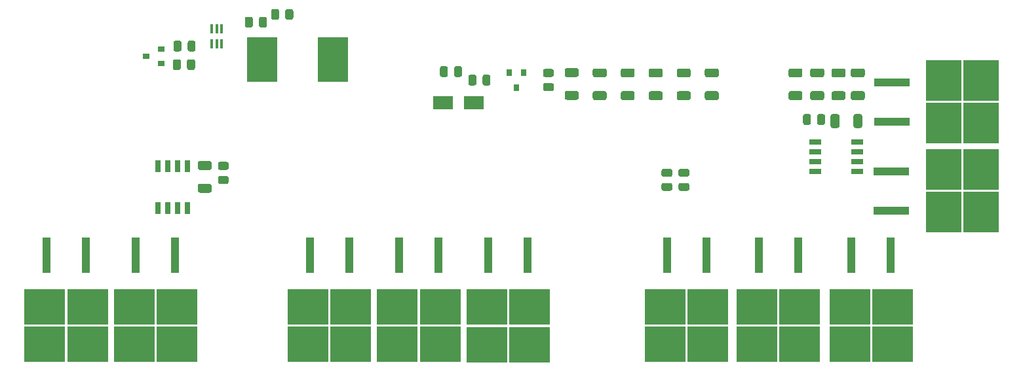
<source format=gbr>
%TF.GenerationSoftware,KiCad,Pcbnew,(5.1.9)-1*%
%TF.CreationDate,2021-02-05T08:05:51+01:00*%
%TF.ProjectId,Spotwelderix,53706f74-7765-46c6-9465-7269782e6b69,rev?*%
%TF.SameCoordinates,Original*%
%TF.FileFunction,Paste,Top*%
%TF.FilePolarity,Positive*%
%FSLAX46Y46*%
G04 Gerber Fmt 4.6, Leading zero omitted, Abs format (unit mm)*
G04 Created by KiCad (PCBNEW (5.1.9)-1) date 2021-02-05 08:05:51*
%MOMM*%
%LPD*%
G01*
G04 APERTURE LIST*
%ADD10R,0.400000X1.200000*%
%ADD11R,3.940000X5.840000*%
%ADD12R,0.900000X0.800000*%
%ADD13R,0.800000X0.900000*%
%ADD14R,1.525000X0.650000*%
%ADD15R,2.500000X1.800000*%
%ADD16R,0.650000X1.525000*%
%ADD17R,5.250000X4.550000*%
%ADD18R,1.100000X4.600000*%
%ADD19R,4.550000X5.250000*%
%ADD20R,4.600000X1.100000*%
G04 APERTURE END LIST*
%TO.C,R12*%
G36*
G01*
X110712500Y-84150001D02*
X110712500Y-83249999D01*
G75*
G02*
X110962499Y-83000000I249999J0D01*
G01*
X111487501Y-83000000D01*
G75*
G02*
X111737500Y-83249999I0J-249999D01*
G01*
X111737500Y-84150001D01*
G75*
G02*
X111487501Y-84400000I-249999J0D01*
G01*
X110962499Y-84400000D01*
G75*
G02*
X110712500Y-84150001I0J249999D01*
G01*
G37*
G36*
G01*
X108887500Y-84150001D02*
X108887500Y-83249999D01*
G75*
G02*
X109137499Y-83000000I249999J0D01*
G01*
X109662501Y-83000000D01*
G75*
G02*
X109912500Y-83249999I0J-249999D01*
G01*
X109912500Y-84150001D01*
G75*
G02*
X109662501Y-84400000I-249999J0D01*
G01*
X109137499Y-84400000D01*
G75*
G02*
X108887500Y-84150001I0J249999D01*
G01*
G37*
%TD*%
%TO.C,R11*%
G36*
G01*
X107300000Y-85150001D02*
X107300000Y-84249999D01*
G75*
G02*
X107549999Y-84000000I249999J0D01*
G01*
X108075001Y-84000000D01*
G75*
G02*
X108325000Y-84249999I0J-249999D01*
G01*
X108325000Y-85150001D01*
G75*
G02*
X108075001Y-85400000I-249999J0D01*
G01*
X107549999Y-85400000D01*
G75*
G02*
X107300000Y-85150001I0J249999D01*
G01*
G37*
G36*
G01*
X105475000Y-85150001D02*
X105475000Y-84249999D01*
G75*
G02*
X105724999Y-84000000I249999J0D01*
G01*
X106250001Y-84000000D01*
G75*
G02*
X106500000Y-84249999I0J-249999D01*
G01*
X106500000Y-85150001D01*
G75*
G02*
X106250001Y-85400000I-249999J0D01*
G01*
X105724999Y-85400000D01*
G75*
G02*
X105475000Y-85150001I0J249999D01*
G01*
G37*
%TD*%
D10*
%TO.C,IC1*%
X101200000Y-85600000D03*
X101850000Y-85600000D03*
X102500000Y-85600000D03*
X102500000Y-87500000D03*
X101850000Y-87500000D03*
X101200000Y-87500000D03*
%TD*%
D11*
%TO.C,R1*%
X116875000Y-89500000D03*
X107725000Y-89500000D03*
%TD*%
D12*
%TO.C,U2*%
X92700000Y-89100000D03*
X94700000Y-88150000D03*
X94700000Y-90050000D03*
%TD*%
%TO.C,R10*%
G36*
G01*
X97287500Y-87349999D02*
X97287500Y-88250001D01*
G75*
G02*
X97037501Y-88500000I-249999J0D01*
G01*
X96512499Y-88500000D01*
G75*
G02*
X96262500Y-88250001I0J249999D01*
G01*
X96262500Y-87349999D01*
G75*
G02*
X96512499Y-87100000I249999J0D01*
G01*
X97037501Y-87100000D01*
G75*
G02*
X97287500Y-87349999I0J-249999D01*
G01*
G37*
G36*
G01*
X99112500Y-87349999D02*
X99112500Y-88250001D01*
G75*
G02*
X98862501Y-88500000I-249999J0D01*
G01*
X98337499Y-88500000D01*
G75*
G02*
X98087500Y-88250001I0J249999D01*
G01*
X98087500Y-87349999D01*
G75*
G02*
X98337499Y-87100000I249999J0D01*
G01*
X98862501Y-87100000D01*
G75*
G02*
X99112500Y-87349999I0J-249999D01*
G01*
G37*
%TD*%
%TO.C,R9*%
G36*
G01*
X97212500Y-89749999D02*
X97212500Y-90650001D01*
G75*
G02*
X96962501Y-90900000I-249999J0D01*
G01*
X96437499Y-90900000D01*
G75*
G02*
X96187500Y-90650001I0J249999D01*
G01*
X96187500Y-89749999D01*
G75*
G02*
X96437499Y-89500000I249999J0D01*
G01*
X96962501Y-89500000D01*
G75*
G02*
X97212500Y-89749999I0J-249999D01*
G01*
G37*
G36*
G01*
X99037500Y-89749999D02*
X99037500Y-90650001D01*
G75*
G02*
X98787501Y-90900000I-249999J0D01*
G01*
X98262499Y-90900000D01*
G75*
G02*
X98012500Y-90650001I0J249999D01*
G01*
X98012500Y-89749999D01*
G75*
G02*
X98262499Y-89500000I249999J0D01*
G01*
X98787501Y-89500000D01*
G75*
G02*
X99037500Y-89749999I0J-249999D01*
G01*
G37*
%TD*%
%TO.C,R2*%
G36*
G01*
X131712500Y-90649999D02*
X131712500Y-91550001D01*
G75*
G02*
X131462501Y-91800000I-249999J0D01*
G01*
X130937499Y-91800000D01*
G75*
G02*
X130687500Y-91550001I0J249999D01*
G01*
X130687500Y-90649999D01*
G75*
G02*
X130937499Y-90400000I249999J0D01*
G01*
X131462501Y-90400000D01*
G75*
G02*
X131712500Y-90649999I0J-249999D01*
G01*
G37*
G36*
G01*
X133537500Y-90649999D02*
X133537500Y-91550001D01*
G75*
G02*
X133287501Y-91800000I-249999J0D01*
G01*
X132762499Y-91800000D01*
G75*
G02*
X132512500Y-91550001I0J249999D01*
G01*
X132512500Y-90649999D01*
G75*
G02*
X132762499Y-90400000I249999J0D01*
G01*
X133287501Y-90400000D01*
G75*
G02*
X133537500Y-90649999I0J-249999D01*
G01*
G37*
%TD*%
D13*
%TO.C,Q9*%
X140550000Y-93200000D03*
X139600000Y-91200000D03*
X141500000Y-91200000D03*
%TD*%
%TO.C,C10*%
G36*
G01*
X154289999Y-93645000D02*
X155590001Y-93645000D01*
G75*
G02*
X155840000Y-93894999I0J-249999D01*
G01*
X155840000Y-94545001D01*
G75*
G02*
X155590001Y-94795000I-249999J0D01*
G01*
X154289999Y-94795000D01*
G75*
G02*
X154040000Y-94545001I0J249999D01*
G01*
X154040000Y-93894999D01*
G75*
G02*
X154289999Y-93645000I249999J0D01*
G01*
G37*
G36*
G01*
X154289999Y-90695000D02*
X155590001Y-90695000D01*
G75*
G02*
X155840000Y-90944999I0J-249999D01*
G01*
X155840000Y-91595001D01*
G75*
G02*
X155590001Y-91845000I-249999J0D01*
G01*
X154289999Y-91845000D01*
G75*
G02*
X154040000Y-91595001I0J249999D01*
G01*
X154040000Y-90944999D01*
G75*
G02*
X154289999Y-90695000I249999J0D01*
G01*
G37*
%TD*%
%TO.C,C8*%
G36*
G01*
X157909999Y-93645000D02*
X159210001Y-93645000D01*
G75*
G02*
X159460000Y-93894999I0J-249999D01*
G01*
X159460000Y-94545001D01*
G75*
G02*
X159210001Y-94795000I-249999J0D01*
G01*
X157909999Y-94795000D01*
G75*
G02*
X157660000Y-94545001I0J249999D01*
G01*
X157660000Y-93894999D01*
G75*
G02*
X157909999Y-93645000I249999J0D01*
G01*
G37*
G36*
G01*
X157909999Y-90695000D02*
X159210001Y-90695000D01*
G75*
G02*
X159460000Y-90944999I0J-249999D01*
G01*
X159460000Y-91595001D01*
G75*
G02*
X159210001Y-91845000I-249999J0D01*
G01*
X157909999Y-91845000D01*
G75*
G02*
X157660000Y-91595001I0J249999D01*
G01*
X157660000Y-90944999D01*
G75*
G02*
X157909999Y-90695000I249999J0D01*
G01*
G37*
%TD*%
%TO.C,C6*%
G36*
G01*
X150669999Y-93645000D02*
X151970001Y-93645000D01*
G75*
G02*
X152220000Y-93894999I0J-249999D01*
G01*
X152220000Y-94545001D01*
G75*
G02*
X151970001Y-94795000I-249999J0D01*
G01*
X150669999Y-94795000D01*
G75*
G02*
X150420000Y-94545001I0J249999D01*
G01*
X150420000Y-93894999D01*
G75*
G02*
X150669999Y-93645000I249999J0D01*
G01*
G37*
G36*
G01*
X150669999Y-90695000D02*
X151970001Y-90695000D01*
G75*
G02*
X152220000Y-90944999I0J-249999D01*
G01*
X152220000Y-91595001D01*
G75*
G02*
X151970001Y-91845000I-249999J0D01*
G01*
X150669999Y-91845000D01*
G75*
G02*
X150420000Y-91595001I0J249999D01*
G01*
X150420000Y-90944999D01*
G75*
G02*
X150669999Y-90695000I249999J0D01*
G01*
G37*
%TD*%
%TO.C,C2*%
G36*
G01*
X147049999Y-93600000D02*
X148350001Y-93600000D01*
G75*
G02*
X148600000Y-93849999I0J-249999D01*
G01*
X148600000Y-94500001D01*
G75*
G02*
X148350001Y-94750000I-249999J0D01*
G01*
X147049999Y-94750000D01*
G75*
G02*
X146800000Y-94500001I0J249999D01*
G01*
X146800000Y-93849999D01*
G75*
G02*
X147049999Y-93600000I249999J0D01*
G01*
G37*
G36*
G01*
X147049999Y-90650000D02*
X148350001Y-90650000D01*
G75*
G02*
X148600000Y-90899999I0J-249999D01*
G01*
X148600000Y-91550001D01*
G75*
G02*
X148350001Y-91800000I-249999J0D01*
G01*
X147049999Y-91800000D01*
G75*
G02*
X146800000Y-91550001I0J249999D01*
G01*
X146800000Y-90899999D01*
G75*
G02*
X147049999Y-90650000I249999J0D01*
G01*
G37*
%TD*%
%TO.C,R4*%
G36*
G01*
X178612500Y-96849999D02*
X178612500Y-97750001D01*
G75*
G02*
X178362501Y-98000000I-249999J0D01*
G01*
X177837499Y-98000000D01*
G75*
G02*
X177587500Y-97750001I0J249999D01*
G01*
X177587500Y-96849999D01*
G75*
G02*
X177837499Y-96600000I249999J0D01*
G01*
X178362501Y-96600000D01*
G75*
G02*
X178612500Y-96849999I0J-249999D01*
G01*
G37*
G36*
G01*
X180437500Y-96849999D02*
X180437500Y-97750001D01*
G75*
G02*
X180187501Y-98000000I-249999J0D01*
G01*
X179662499Y-98000000D01*
G75*
G02*
X179412500Y-97750001I0J249999D01*
G01*
X179412500Y-96849999D01*
G75*
G02*
X179662499Y-96600000I249999J0D01*
G01*
X180187501Y-96600000D01*
G75*
G02*
X180437500Y-96849999I0J-249999D01*
G01*
G37*
%TD*%
D14*
%TO.C,IC3*%
X184600000Y-100200000D03*
X184600000Y-101470000D03*
X184600000Y-102740000D03*
X184600000Y-104010000D03*
X179176000Y-104010000D03*
X179176000Y-102740000D03*
X179176000Y-101470000D03*
X179176000Y-100200000D03*
%TD*%
%TO.C,C12*%
G36*
G01*
X184100000Y-98150001D02*
X184100000Y-96849999D01*
G75*
G02*
X184349999Y-96600000I249999J0D01*
G01*
X185000001Y-96600000D01*
G75*
G02*
X185250000Y-96849999I0J-249999D01*
G01*
X185250000Y-98150001D01*
G75*
G02*
X185000001Y-98400000I-249999J0D01*
G01*
X184349999Y-98400000D01*
G75*
G02*
X184100000Y-98150001I0J249999D01*
G01*
G37*
G36*
G01*
X181150000Y-98150001D02*
X181150000Y-96849999D01*
G75*
G02*
X181399999Y-96600000I249999J0D01*
G01*
X182050001Y-96600000D01*
G75*
G02*
X182300000Y-96849999I0J-249999D01*
G01*
X182300000Y-98150001D01*
G75*
G02*
X182050001Y-98400000I-249999J0D01*
G01*
X181399999Y-98400000D01*
G75*
G02*
X181150000Y-98150001I0J249999D01*
G01*
G37*
%TD*%
%TO.C,R8*%
G36*
G01*
X162650001Y-104712500D02*
X161749999Y-104712500D01*
G75*
G02*
X161500000Y-104462501I0J249999D01*
G01*
X161500000Y-103937499D01*
G75*
G02*
X161749999Y-103687500I249999J0D01*
G01*
X162650001Y-103687500D01*
G75*
G02*
X162900000Y-103937499I0J-249999D01*
G01*
X162900000Y-104462501D01*
G75*
G02*
X162650001Y-104712500I-249999J0D01*
G01*
G37*
G36*
G01*
X162650001Y-106537500D02*
X161749999Y-106537500D01*
G75*
G02*
X161500000Y-106287501I0J249999D01*
G01*
X161500000Y-105762499D01*
G75*
G02*
X161749999Y-105512500I249999J0D01*
G01*
X162650001Y-105512500D01*
G75*
G02*
X162900000Y-105762499I0J-249999D01*
G01*
X162900000Y-106287501D01*
G75*
G02*
X162650001Y-106537500I-249999J0D01*
G01*
G37*
%TD*%
%TO.C,R7*%
G36*
G01*
X159549999Y-105512500D02*
X160450001Y-105512500D01*
G75*
G02*
X160700000Y-105762499I0J-249999D01*
G01*
X160700000Y-106287501D01*
G75*
G02*
X160450001Y-106537500I-249999J0D01*
G01*
X159549999Y-106537500D01*
G75*
G02*
X159300000Y-106287501I0J249999D01*
G01*
X159300000Y-105762499D01*
G75*
G02*
X159549999Y-105512500I249999J0D01*
G01*
G37*
G36*
G01*
X159549999Y-103687500D02*
X160450001Y-103687500D01*
G75*
G02*
X160700000Y-103937499I0J-249999D01*
G01*
X160700000Y-104462501D01*
G75*
G02*
X160450001Y-104712500I-249999J0D01*
G01*
X159549999Y-104712500D01*
G75*
G02*
X159300000Y-104462501I0J249999D01*
G01*
X159300000Y-103937499D01*
G75*
G02*
X159549999Y-103687500I249999J0D01*
G01*
G37*
%TD*%
%TO.C,R6*%
G36*
G01*
X144249999Y-92587500D02*
X145150001Y-92587500D01*
G75*
G02*
X145400000Y-92837499I0J-249999D01*
G01*
X145400000Y-93362501D01*
G75*
G02*
X145150001Y-93612500I-249999J0D01*
G01*
X144249999Y-93612500D01*
G75*
G02*
X144000000Y-93362501I0J249999D01*
G01*
X144000000Y-92837499D01*
G75*
G02*
X144249999Y-92587500I249999J0D01*
G01*
G37*
G36*
G01*
X144249999Y-90762500D02*
X145150001Y-90762500D01*
G75*
G02*
X145400000Y-91012499I0J-249999D01*
G01*
X145400000Y-91537501D01*
G75*
G02*
X145150001Y-91787500I-249999J0D01*
G01*
X144249999Y-91787500D01*
G75*
G02*
X144000000Y-91537501I0J249999D01*
G01*
X144000000Y-91012499D01*
G75*
G02*
X144249999Y-90762500I249999J0D01*
G01*
G37*
%TD*%
%TO.C,R5*%
G36*
G01*
X136187500Y-92650001D02*
X136187500Y-91749999D01*
G75*
G02*
X136437499Y-91500000I249999J0D01*
G01*
X136962501Y-91500000D01*
G75*
G02*
X137212500Y-91749999I0J-249999D01*
G01*
X137212500Y-92650001D01*
G75*
G02*
X136962501Y-92900000I-249999J0D01*
G01*
X136437499Y-92900000D01*
G75*
G02*
X136187500Y-92650001I0J249999D01*
G01*
G37*
G36*
G01*
X134362500Y-92650001D02*
X134362500Y-91749999D01*
G75*
G02*
X134612499Y-91500000I249999J0D01*
G01*
X135137501Y-91500000D01*
G75*
G02*
X135387500Y-91749999I0J-249999D01*
G01*
X135387500Y-92650001D01*
G75*
G02*
X135137501Y-92900000I-249999J0D01*
G01*
X134612499Y-92900000D01*
G75*
G02*
X134362500Y-92650001I0J249999D01*
G01*
G37*
%TD*%
D15*
%TO.C,D2*%
X135100000Y-95100000D03*
X131100000Y-95100000D03*
%TD*%
%TO.C,C13*%
G36*
G01*
X100950001Y-103825000D02*
X99649999Y-103825000D01*
G75*
G02*
X99400000Y-103575001I0J249999D01*
G01*
X99400000Y-102924999D01*
G75*
G02*
X99649999Y-102675000I249999J0D01*
G01*
X100950001Y-102675000D01*
G75*
G02*
X101200000Y-102924999I0J-249999D01*
G01*
X101200000Y-103575001D01*
G75*
G02*
X100950001Y-103825000I-249999J0D01*
G01*
G37*
G36*
G01*
X100950001Y-106775000D02*
X99649999Y-106775000D01*
G75*
G02*
X99400000Y-106525001I0J249999D01*
G01*
X99400000Y-105874999D01*
G75*
G02*
X99649999Y-105625000I249999J0D01*
G01*
X100950001Y-105625000D01*
G75*
G02*
X101200000Y-105874999I0J-249999D01*
G01*
X101200000Y-106525001D01*
G75*
G02*
X100950001Y-106775000I-249999J0D01*
G01*
G37*
%TD*%
%TO.C,R3*%
G36*
G01*
X103150002Y-103812500D02*
X102249998Y-103812500D01*
G75*
G02*
X102000000Y-103562502I0J249998D01*
G01*
X102000000Y-103037498D01*
G75*
G02*
X102249998Y-102787500I249998J0D01*
G01*
X103150002Y-102787500D01*
G75*
G02*
X103400000Y-103037498I0J-249998D01*
G01*
X103400000Y-103562502D01*
G75*
G02*
X103150002Y-103812500I-249998J0D01*
G01*
G37*
G36*
G01*
X103150002Y-105637500D02*
X102249998Y-105637500D01*
G75*
G02*
X102000000Y-105387502I0J249998D01*
G01*
X102000000Y-104862498D01*
G75*
G02*
X102249998Y-104612500I249998J0D01*
G01*
X103150002Y-104612500D01*
G75*
G02*
X103400000Y-104862498I0J-249998D01*
G01*
X103400000Y-105387502D01*
G75*
G02*
X103150002Y-105637500I-249998J0D01*
G01*
G37*
%TD*%
D16*
%TO.C,IC2*%
X98075000Y-108732000D03*
X96805000Y-108732000D03*
X95535000Y-108732000D03*
X94265000Y-108732000D03*
X94265000Y-103308000D03*
X95535000Y-103308000D03*
X96805000Y-103308000D03*
X98075000Y-103308000D03*
%TD*%
D17*
%TO.C,Q8*%
X125170000Y-121562000D03*
X130720000Y-126412000D03*
X130720000Y-121562000D03*
X125170000Y-126412000D03*
D18*
X125405000Y-114837000D03*
X130485000Y-114837000D03*
%TD*%
D17*
%TO.C,Q7*%
X159765000Y-121562000D03*
X165315000Y-126412000D03*
X165315000Y-121562000D03*
X159765000Y-126412000D03*
D18*
X160000000Y-114837000D03*
X165080000Y-114837000D03*
%TD*%
D17*
%TO.C,Q6*%
X183620000Y-121562000D03*
X189170000Y-126412000D03*
X189170000Y-121562000D03*
X183620000Y-126412000D03*
D18*
X183855000Y-114837000D03*
X188935000Y-114837000D03*
%TD*%
D17*
%TO.C,Q5*%
X91170000Y-121562000D03*
X96720000Y-126412000D03*
X96720000Y-121562000D03*
X91170000Y-126412000D03*
D18*
X91405000Y-114837000D03*
X96485000Y-114837000D03*
%TD*%
D19*
%TO.C,Q4*%
X195750000Y-109300000D03*
X200600000Y-103750000D03*
X195750000Y-103750000D03*
X200600000Y-109300000D03*
D20*
X189025000Y-109065000D03*
X189025000Y-103985000D03*
%TD*%
D17*
%TO.C,Q3*%
X79620000Y-121562000D03*
X85170000Y-126412000D03*
X85170000Y-121562000D03*
X79620000Y-126412000D03*
D18*
X79855000Y-114837000D03*
X84935000Y-114837000D03*
%TD*%
D17*
%TO.C,Q2*%
X171620000Y-121562000D03*
X177170000Y-126412000D03*
X177170000Y-121562000D03*
X171620000Y-126412000D03*
D18*
X171855000Y-114837000D03*
X176935000Y-114837000D03*
%TD*%
D17*
%TO.C,Q1*%
X113620000Y-121562000D03*
X119170000Y-126412000D03*
X119170000Y-121562000D03*
X113620000Y-126412000D03*
D18*
X113855000Y-114837000D03*
X118935000Y-114837000D03*
%TD*%
%TO.C,C1*%
G36*
G01*
X175969999Y-93645000D02*
X177270001Y-93645000D01*
G75*
G02*
X177520000Y-93894999I0J-249999D01*
G01*
X177520000Y-94545001D01*
G75*
G02*
X177270001Y-94795000I-249999J0D01*
G01*
X175969999Y-94795000D01*
G75*
G02*
X175720000Y-94545001I0J249999D01*
G01*
X175720000Y-93894999D01*
G75*
G02*
X175969999Y-93645000I249999J0D01*
G01*
G37*
G36*
G01*
X175969999Y-90695000D02*
X177270001Y-90695000D01*
G75*
G02*
X177520000Y-90944999I0J-249999D01*
G01*
X177520000Y-91595001D01*
G75*
G02*
X177270001Y-91845000I-249999J0D01*
G01*
X175969999Y-91845000D01*
G75*
G02*
X175720000Y-91595001I0J249999D01*
G01*
X175720000Y-90944999D01*
G75*
G02*
X175969999Y-90695000I249999J0D01*
G01*
G37*
%TD*%
%TO.C,C3*%
G36*
G01*
X181519999Y-93645000D02*
X182820001Y-93645000D01*
G75*
G02*
X183070000Y-93894999I0J-249999D01*
G01*
X183070000Y-94545001D01*
G75*
G02*
X182820001Y-94795000I-249999J0D01*
G01*
X181519999Y-94795000D01*
G75*
G02*
X181270000Y-94545001I0J249999D01*
G01*
X181270000Y-93894999D01*
G75*
G02*
X181519999Y-93645000I249999J0D01*
G01*
G37*
G36*
G01*
X181519999Y-90695000D02*
X182820001Y-90695000D01*
G75*
G02*
X183070000Y-90944999I0J-249999D01*
G01*
X183070000Y-91595001D01*
G75*
G02*
X182820001Y-91845000I-249999J0D01*
G01*
X181519999Y-91845000D01*
G75*
G02*
X181270000Y-91595001I0J249999D01*
G01*
X181270000Y-90944999D01*
G75*
G02*
X181519999Y-90695000I249999J0D01*
G01*
G37*
%TD*%
%TO.C,C4*%
G36*
G01*
X161529999Y-90695000D02*
X162830001Y-90695000D01*
G75*
G02*
X163080000Y-90944999I0J-249999D01*
G01*
X163080000Y-91595001D01*
G75*
G02*
X162830001Y-91845000I-249999J0D01*
G01*
X161529999Y-91845000D01*
G75*
G02*
X161280000Y-91595001I0J249999D01*
G01*
X161280000Y-90944999D01*
G75*
G02*
X161529999Y-90695000I249999J0D01*
G01*
G37*
G36*
G01*
X161529999Y-93645000D02*
X162830001Y-93645000D01*
G75*
G02*
X163080000Y-93894999I0J-249999D01*
G01*
X163080000Y-94545001D01*
G75*
G02*
X162830001Y-94795000I-249999J0D01*
G01*
X161529999Y-94795000D01*
G75*
G02*
X161280000Y-94545001I0J249999D01*
G01*
X161280000Y-93894999D01*
G75*
G02*
X161529999Y-93645000I249999J0D01*
G01*
G37*
%TD*%
%TO.C,C5*%
G36*
G01*
X165149999Y-93645000D02*
X166450001Y-93645000D01*
G75*
G02*
X166700000Y-93894999I0J-249999D01*
G01*
X166700000Y-94545001D01*
G75*
G02*
X166450001Y-94795000I-249999J0D01*
G01*
X165149999Y-94795000D01*
G75*
G02*
X164900000Y-94545001I0J249999D01*
G01*
X164900000Y-93894999D01*
G75*
G02*
X165149999Y-93645000I249999J0D01*
G01*
G37*
G36*
G01*
X165149999Y-90695000D02*
X166450001Y-90695000D01*
G75*
G02*
X166700000Y-90944999I0J-249999D01*
G01*
X166700000Y-91595001D01*
G75*
G02*
X166450001Y-91845000I-249999J0D01*
G01*
X165149999Y-91845000D01*
G75*
G02*
X164900000Y-91595001I0J249999D01*
G01*
X164900000Y-90944999D01*
G75*
G02*
X165149999Y-90695000I249999J0D01*
G01*
G37*
%TD*%
%TO.C,C7*%
G36*
G01*
X184019999Y-93645000D02*
X185320001Y-93645000D01*
G75*
G02*
X185570000Y-93894999I0J-249999D01*
G01*
X185570000Y-94545001D01*
G75*
G02*
X185320001Y-94795000I-249999J0D01*
G01*
X184019999Y-94795000D01*
G75*
G02*
X183770000Y-94545001I0J249999D01*
G01*
X183770000Y-93894999D01*
G75*
G02*
X184019999Y-93645000I249999J0D01*
G01*
G37*
G36*
G01*
X184019999Y-90695000D02*
X185320001Y-90695000D01*
G75*
G02*
X185570000Y-90944999I0J-249999D01*
G01*
X185570000Y-91595001D01*
G75*
G02*
X185320001Y-91845000I-249999J0D01*
G01*
X184019999Y-91845000D01*
G75*
G02*
X183770000Y-91595001I0J249999D01*
G01*
X183770000Y-90944999D01*
G75*
G02*
X184019999Y-90695000I249999J0D01*
G01*
G37*
%TD*%
%TO.C,C9*%
G36*
G01*
X178769999Y-93645000D02*
X180070001Y-93645000D01*
G75*
G02*
X180320000Y-93894999I0J-249999D01*
G01*
X180320000Y-94545001D01*
G75*
G02*
X180070001Y-94795000I-249999J0D01*
G01*
X178769999Y-94795000D01*
G75*
G02*
X178520000Y-94545001I0J249999D01*
G01*
X178520000Y-93894999D01*
G75*
G02*
X178769999Y-93645000I249999J0D01*
G01*
G37*
G36*
G01*
X178769999Y-90695000D02*
X180070001Y-90695000D01*
G75*
G02*
X180320000Y-90944999I0J-249999D01*
G01*
X180320000Y-91595001D01*
G75*
G02*
X180070001Y-91845000I-249999J0D01*
G01*
X178769999Y-91845000D01*
G75*
G02*
X178520000Y-91595001I0J249999D01*
G01*
X178520000Y-90944999D01*
G75*
G02*
X178769999Y-90695000I249999J0D01*
G01*
G37*
%TD*%
%TO.C,D1*%
X142040000Y-114850000D03*
X136960000Y-114850000D03*
D17*
X136725000Y-126425000D03*
X142275000Y-121575000D03*
X142275000Y-126425000D03*
X136725000Y-121575000D03*
%TD*%
D20*
%TO.C,D3*%
X189043000Y-92480000D03*
X189043000Y-97560000D03*
D19*
X200618000Y-97795000D03*
X195768000Y-92245000D03*
X200618000Y-92245000D03*
X195768000Y-97795000D03*
%TD*%
M02*

</source>
